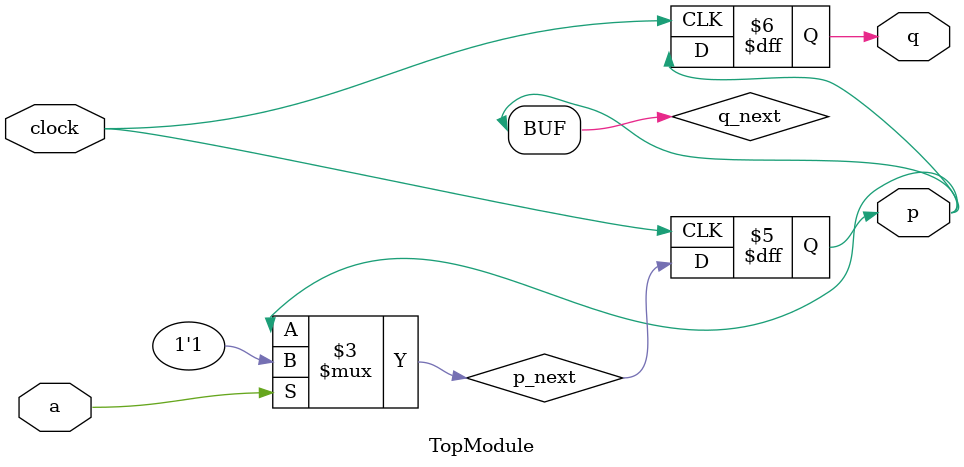
<source format=sv>
module TopModule (
    input logic clock,
    input logic a,
    output logic p,
    output logic q
);

    // Internal registers for state
    logic p_next, q_next;

    // Initial block for simulation purposes
    initial begin
        p = 1'b0;
        q = 1'b0;
    end

    // Sequential logic for p and q
    always_ff @(posedge clock) begin
        p <= p_next;
        q <= q_next;
    end

    // Combinational logic to determine next state
    always_comb begin
        p_next = a ? 1'b1 : p;
        q_next = p;
    end

endmodule
</source>
